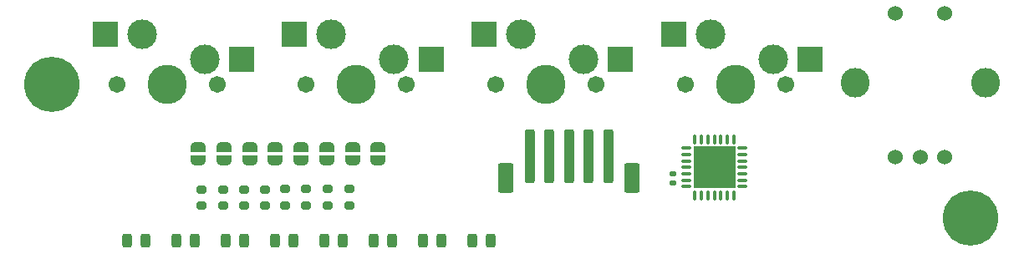
<source format=gts>
G04 #@! TF.GenerationSoftware,KiCad,Pcbnew,6.0.11-2627ca5db0~126~ubuntu22.04.1*
G04 #@! TF.CreationDate,2024-06-10T15:46:39-04:00*
G04 #@! TF.ProjectId,io-board,696f2d62-6f61-4726-942e-6b696361645f,rev?*
G04 #@! TF.SameCoordinates,Original*
G04 #@! TF.FileFunction,Soldermask,Top*
G04 #@! TF.FilePolarity,Negative*
%FSLAX46Y46*%
G04 Gerber Fmt 4.6, Leading zero omitted, Abs format (unit mm)*
G04 Created by KiCad (PCBNEW 6.0.11-2627ca5db0~126~ubuntu22.04.1) date 2024-06-10 15:46:39*
%MOMM*%
%LPD*%
G01*
G04 APERTURE LIST*
G04 Aperture macros list*
%AMRoundRect*
0 Rectangle with rounded corners*
0 $1 Rounding radius*
0 $2 $3 $4 $5 $6 $7 $8 $9 X,Y pos of 4 corners*
0 Add a 4 corners polygon primitive as box body*
4,1,4,$2,$3,$4,$5,$6,$7,$8,$9,$2,$3,0*
0 Add four circle primitives for the rounded corners*
1,1,$1+$1,$2,$3*
1,1,$1+$1,$4,$5*
1,1,$1+$1,$6,$7*
1,1,$1+$1,$8,$9*
0 Add four rect primitives between the rounded corners*
20,1,$1+$1,$2,$3,$4,$5,0*
20,1,$1+$1,$4,$5,$6,$7,0*
20,1,$1+$1,$6,$7,$8,$9,0*
20,1,$1+$1,$8,$9,$2,$3,0*%
%AMFreePoly0*
4,1,22,0.500000,-0.750000,0.000000,-0.750000,0.000000,-0.745033,-0.079941,-0.743568,-0.215256,-0.701293,-0.333266,-0.622738,-0.424486,-0.514219,-0.481581,-0.384460,-0.499164,-0.250000,-0.500000,-0.250000,-0.500000,0.250000,-0.499164,0.250000,-0.499963,0.256109,-0.478152,0.396186,-0.417904,0.524511,-0.324060,0.630769,-0.204165,0.706417,-0.067858,0.745374,0.000000,0.744959,0.000000,0.750000,
0.500000,0.750000,0.500000,-0.750000,0.500000,-0.750000,$1*%
%AMFreePoly1*
4,1,20,0.000000,0.744959,0.073905,0.744508,0.209726,0.703889,0.328688,0.626782,0.421226,0.519385,0.479903,0.390333,0.500000,0.250000,0.500000,-0.250000,0.499851,-0.262216,0.476331,-0.402017,0.414519,-0.529596,0.319384,-0.634700,0.198574,-0.708877,0.061801,-0.746166,0.000000,-0.745033,0.000000,-0.750000,-0.500000,-0.750000,-0.500000,0.750000,0.000000,0.750000,0.000000,0.744959,
0.000000,0.744959,$1*%
G04 Aperture macros list end*
%ADD10FreePoly0,90.000000*%
%ADD11FreePoly1,90.000000*%
%ADD12RoundRect,0.243750X-0.243750X-0.456250X0.243750X-0.456250X0.243750X0.456250X-0.243750X0.456250X0*%
%ADD13RoundRect,0.200000X-0.275000X0.200000X-0.275000X-0.200000X0.275000X-0.200000X0.275000X0.200000X0*%
%ADD14RoundRect,0.140000X-0.170000X0.140000X-0.170000X-0.140000X0.170000X-0.140000X0.170000X0.140000X0*%
%ADD15RoundRect,0.250000X0.250000X2.500000X-0.250000X2.500000X-0.250000X-2.500000X0.250000X-2.500000X0*%
%ADD16RoundRect,0.250000X0.550000X1.250000X-0.550000X1.250000X-0.550000X-1.250000X0.550000X-1.250000X0*%
%ADD17C,5.600000*%
%ADD18RoundRect,0.075000X-0.437500X-0.075000X0.437500X-0.075000X0.437500X0.075000X-0.437500X0.075000X0*%
%ADD19RoundRect,0.075000X-0.075000X-0.437500X0.075000X-0.437500X0.075000X0.437500X-0.075000X0.437500X0*%
%ADD20R,4.250000X4.250000*%
%ADD21C,1.524000*%
%ADD22O,2.900000X3.000000*%
%ADD23C,3.000000*%
%ADD24C,1.701800*%
%ADD25C,3.987800*%
%ADD26R,2.550000X2.500000*%
G04 APERTURE END LIST*
D10*
X116200000Y-93900000D03*
D11*
X116200000Y-92600000D03*
D12*
X118962500Y-102100000D03*
X120837500Y-102100000D03*
D10*
X129200000Y-93900000D03*
D11*
X129200000Y-92600000D03*
D13*
X118700000Y-96875000D03*
X118700000Y-98525000D03*
D10*
X118800000Y-93900000D03*
D11*
X118800000Y-92600000D03*
D13*
X122900000Y-96875000D03*
X122900000Y-98525000D03*
D12*
X128962500Y-102100000D03*
X130837500Y-102100000D03*
D10*
X134400000Y-93900000D03*
D11*
X134400000Y-92600000D03*
D14*
X164250000Y-95270000D03*
X164250000Y-96230000D03*
D10*
X126600000Y-93900000D03*
D11*
X126600000Y-92600000D03*
D10*
X121400000Y-93900000D03*
D11*
X121400000Y-92600000D03*
D12*
X143962500Y-102100000D03*
X145837500Y-102100000D03*
D10*
X124000000Y-93900000D03*
D11*
X124000000Y-92600000D03*
D13*
X125000000Y-96850000D03*
X125000000Y-98500000D03*
X129300000Y-96850000D03*
X129300000Y-98500000D03*
D12*
X108962500Y-102100000D03*
X110837500Y-102100000D03*
D15*
X157750000Y-93500000D03*
X155750000Y-93500000D03*
X153750000Y-93500000D03*
X151750000Y-93500000D03*
X149750000Y-93500000D03*
D16*
X160150000Y-95750000D03*
X147350000Y-95750000D03*
D13*
X120800000Y-96875000D03*
X120800000Y-98525000D03*
X131500000Y-96850000D03*
X131500000Y-98500000D03*
D12*
X113962500Y-102100000D03*
X115837500Y-102100000D03*
X123962500Y-102100000D03*
X125837500Y-102100000D03*
D13*
X116500000Y-96875000D03*
X116500000Y-98525000D03*
D12*
X133962500Y-102100000D03*
X135837500Y-102100000D03*
D17*
X194372598Y-99740000D03*
D18*
X165615098Y-92680000D03*
X165615098Y-93330000D03*
X165615098Y-93980000D03*
X165615098Y-94630000D03*
X165615098Y-95280000D03*
X165615098Y-95930000D03*
X165615098Y-96580000D03*
D19*
X166502598Y-97467500D03*
X167152598Y-97467500D03*
X167802598Y-97467500D03*
X168452598Y-97467500D03*
X169102598Y-97467500D03*
X169752598Y-97467500D03*
X170402598Y-97467500D03*
D18*
X171290098Y-96580000D03*
X171290098Y-95930000D03*
X171290098Y-95280000D03*
X171290098Y-94630000D03*
X171290098Y-93980000D03*
X171290098Y-93330000D03*
X171290098Y-92680000D03*
D19*
X170402598Y-91792500D03*
X169752598Y-91792500D03*
X169102598Y-91792500D03*
X168452598Y-91792500D03*
X167802598Y-91792500D03*
X167152598Y-91792500D03*
X166502598Y-91792500D03*
D20*
X168452598Y-94630000D03*
D12*
X138962500Y-102100000D03*
X140837500Y-102100000D03*
D10*
X131800000Y-93900000D03*
D11*
X131800000Y-92600000D03*
D13*
X127100000Y-96850000D03*
X127100000Y-98500000D03*
D21*
X186800000Y-93550000D03*
X191800000Y-93550000D03*
X189300000Y-93550000D03*
X186800000Y-79050000D03*
X191800000Y-79050000D03*
D22*
X182700000Y-86050000D03*
X195900000Y-86050000D03*
D17*
X101372598Y-86230000D03*
D23*
X155212598Y-83670000D03*
D24*
X156482598Y-86210000D03*
X146322598Y-86210000D03*
D25*
X151402598Y-86210000D03*
D23*
X148862598Y-81130000D03*
D26*
X145112598Y-81130000D03*
X158962598Y-83670000D03*
D23*
X136012598Y-83670000D03*
D25*
X132202598Y-86210000D03*
D24*
X127122598Y-86210000D03*
X137282598Y-86210000D03*
D23*
X129662598Y-81130000D03*
D26*
X125912598Y-81130000D03*
X139762598Y-83670000D03*
D24*
X165532598Y-86210000D03*
D23*
X174422598Y-83670000D03*
D24*
X175692598Y-86210000D03*
D23*
X168072598Y-81130000D03*
D25*
X170612598Y-86210000D03*
D26*
X164322598Y-81130000D03*
X178172598Y-83670000D03*
D24*
X118102598Y-86209999D03*
D25*
X113022598Y-86209999D03*
D24*
X107942598Y-86209999D03*
D23*
X110482598Y-81129999D03*
X116832598Y-83669999D03*
D26*
X106732598Y-81129999D03*
X120582598Y-83669999D03*
M02*

</source>
